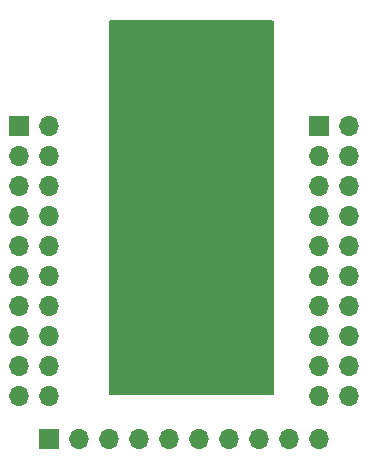
<source format=gbr>
%TF.GenerationSoftware,KiCad,Pcbnew,(6.0.7)*%
%TF.CreationDate,2022-11-10T23:08:22-08:00*%
%TF.ProjectId,memsbreakout_w50,6d656d73-6272-4656-916b-6f75745f7735,0*%
%TF.SameCoordinates,Original*%
%TF.FileFunction,Soldermask,Bot*%
%TF.FilePolarity,Negative*%
%FSLAX46Y46*%
G04 Gerber Fmt 4.6, Leading zero omitted, Abs format (unit mm)*
G04 Created by KiCad (PCBNEW (6.0.7)) date 2022-11-10 23:08:22*
%MOMM*%
%LPD*%
G01*
G04 APERTURE LIST*
%ADD10O,1.700000X1.700000*%
%ADD11R,1.700000X1.700000*%
G04 APERTURE END LIST*
D10*
%TO.C,J8*%
X166370000Y-113416000D03*
X163830000Y-113416000D03*
X166370000Y-110876000D03*
X163830000Y-110876000D03*
X166370000Y-108336000D03*
X163830000Y-108336000D03*
X166370000Y-105796000D03*
X163830000Y-105796000D03*
X166370000Y-103256000D03*
X163830000Y-103256000D03*
X166370000Y-100716000D03*
X163830000Y-100716000D03*
X166370000Y-98176000D03*
X163830000Y-98176000D03*
X166370000Y-95636000D03*
X163830000Y-95636000D03*
X166370000Y-93096000D03*
X163830000Y-93096000D03*
X166370000Y-90556000D03*
D11*
X163830000Y-90556000D03*
%TD*%
%TO.C,J4*%
X140975000Y-117094000D03*
D10*
X143515000Y-117094000D03*
X146055000Y-117094000D03*
X148595000Y-117094000D03*
X151135000Y-117094000D03*
X153675000Y-117094000D03*
X156215000Y-117094000D03*
X158755000Y-117094000D03*
X161295000Y-117094000D03*
X163835000Y-117094000D03*
%TD*%
D11*
%TO.C,J1*%
X138425000Y-90556000D03*
D10*
X140965000Y-90556000D03*
X138425000Y-93096000D03*
X140965000Y-93096000D03*
X138425000Y-95636000D03*
X140965000Y-95636000D03*
X138425000Y-98176000D03*
X140965000Y-98176000D03*
X138425000Y-100716000D03*
X140965000Y-100716000D03*
X138425000Y-103256000D03*
X140965000Y-103256000D03*
X138425000Y-105796000D03*
X140965000Y-105796000D03*
X138425000Y-108336000D03*
X140965000Y-108336000D03*
X138425000Y-110876000D03*
X140965000Y-110876000D03*
X138425000Y-113416000D03*
X140965000Y-113416000D03*
%TD*%
G36*
X159962121Y-81681002D02*
G01*
X160008614Y-81734658D01*
X160020000Y-81787000D01*
X160020000Y-113285000D01*
X159999998Y-113353121D01*
X159946342Y-113399614D01*
X159894000Y-113411000D01*
X146176000Y-113411000D01*
X146107879Y-113390998D01*
X146061386Y-113337342D01*
X146050000Y-113285000D01*
X146050000Y-81787000D01*
X146070002Y-81718879D01*
X146123658Y-81672386D01*
X146176000Y-81661000D01*
X159894000Y-81661000D01*
X159962121Y-81681002D01*
G37*
M02*

</source>
